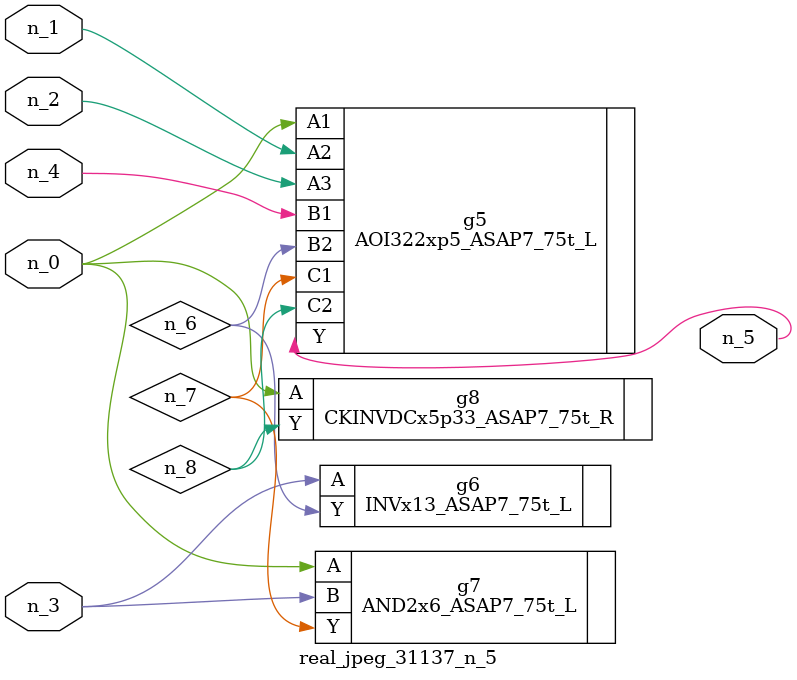
<source format=v>
module real_jpeg_31137_n_5 (n_4, n_0, n_1, n_2, n_3, n_5);

input n_4;
input n_0;
input n_1;
input n_2;
input n_3;

output n_5;

wire n_8;
wire n_6;
wire n_7;

AOI322xp5_ASAP7_75t_L g5 ( 
.A1(n_0),
.A2(n_1),
.A3(n_2),
.B1(n_4),
.B2(n_6),
.C1(n_7),
.C2(n_8),
.Y(n_5)
);

AND2x6_ASAP7_75t_L g7 ( 
.A(n_0),
.B(n_3),
.Y(n_7)
);

CKINVDCx5p33_ASAP7_75t_R g8 ( 
.A(n_0),
.Y(n_8)
);

INVx13_ASAP7_75t_L g6 ( 
.A(n_3),
.Y(n_6)
);


endmodule
</source>
